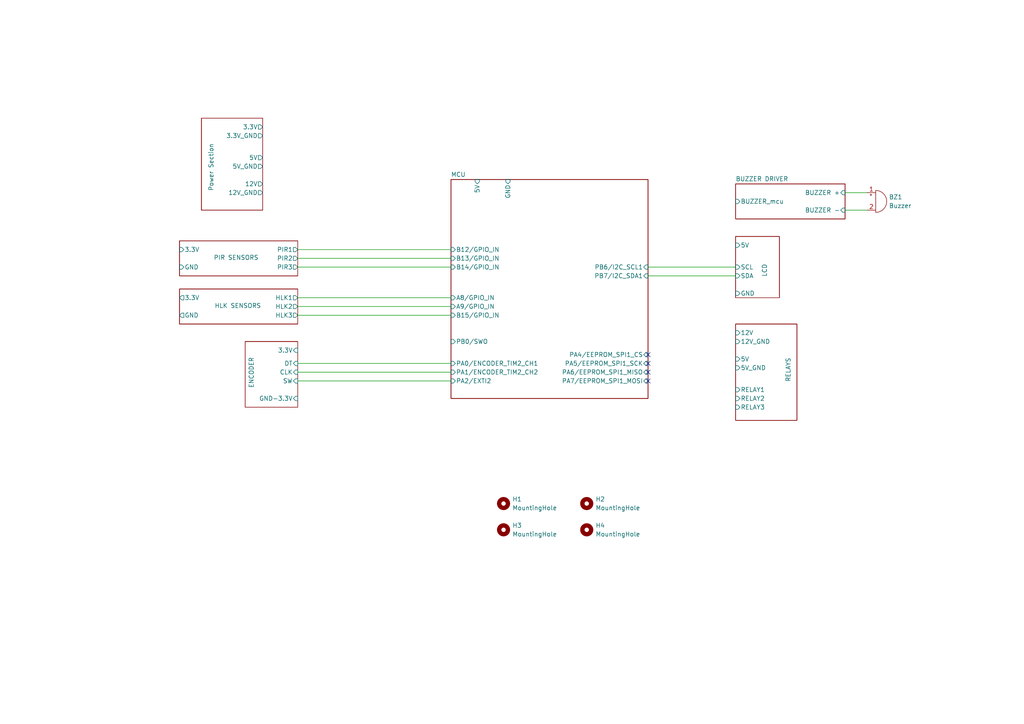
<source format=kicad_sch>
(kicad_sch (version 20250114) (generator "eeschema") (generator_version "9.0")
  (paper "A4")
  (lib_symbols
    (symbol "Device:Buzzer" (pin_names (offset 0.0254) (hide yes))
      (property "Reference" "BZ" (at 3.81 1.27 0))
      (property "Value" "Buzzer" (at 3.81 -1.27 0))
      (symbol "Buzzer_0_1"
        (polyline (pts (xy -1.651 1.905) (xy -1.143 1.905)))
        (polyline (pts (xy -1.397 2.159) (xy -1.397 1.651)))
        (arc (start 0 3.175) (mid 3.1612 0) (end 0 -3.175))
        (polyline (pts (xy 0 3.175) (xy 0 -3.175)))
      )
      (symbol "Buzzer_1_1"
        (pin passive line (at -2.54 2.54 0) (length 2.54) (name "+") (number "1"))
        (pin passive line (at -2.54 -2.54 0) (length 2.54) (name "-") (number "2"))
      )
    )
    (symbol "Mechanical:MountingHole" (pin_names (offset 1.016)) (in_bom no)
      (property "Reference" "H" (at 0 5.08 0))
      (property "Value" "MountingHole" (at 0 3.175 0))
      (symbol "MountingHole_0_1"
        (circle (center 0 0) (radius 1.27) (stroke (width 1.27)))
      )
    )
  )
  (no_connect (at 187.96 105.41))
  (no_connect (at 187.96 110.49))
  (no_connect (at 187.96 107.95))
  (no_connect (at 187.96 102.87))
  (wire (pts (xy 86.36 74.93) (xy 130.81 74.93)))
  (wire (pts (xy 187.96 77.47) (xy 213.36 77.47)))
  (wire (pts (xy 86.36 88.9) (xy 130.81 88.9)))
  (wire (pts (xy 86.36 77.47) (xy 130.81 77.47)))
  (wire (pts (xy 187.96 80.01) (xy 213.36 80.01)))
  (wire (pts (xy 245.11 55.88) (xy 251.46 55.88)))
  (wire (pts (xy 86.36 110.49) (xy 130.81 110.49)))
  (wire (pts (xy 245.11 60.96) (xy 251.46 60.96)))
  (wire (pts (xy 86.36 107.95) (xy 130.81 107.95)))
  (wire (pts (xy 86.36 86.36) (xy 130.81 86.36)))
  (wire (pts (xy 86.36 105.41) (xy 130.81 105.41)))
  (wire (pts (xy 86.36 91.44) (xy 130.81 91.44)))
  (wire (pts (xy 86.36 72.39) (xy 130.81 72.39)))
  (symbol (lib_id "Mechanical:MountingHole") (at 170.18 153.67 0) (unit 1) (in_bom no)
    (property "Reference" "H4" (at 172.72 152.3999 0) (effects (justify left)))
    (property "Value" "MountingHole" (at 172.72 154.9399 0) (effects (justify left)))
    (property "Footprint" "MountingHole:MountingHole_4.3mm_M4" (effects (hide yes)))
    (property "Description" "Mounting Hole without connection" (effects (hide yes)))
  )
  (symbol (lib_id "Mechanical:MountingHole") (at 146.05 153.67 0) (unit 1) (in_bom no)
    (property "Reference" "H3" (at 148.59 152.3999 0) (effects (justify left)))
    (property "Value" "MountingHole" (at 148.59 154.9399 0) (effects (justify left)))
    (property "Footprint" "MountingHole:MountingHole_4.3mm_M4" (effects (hide yes)))
    (property "Description" "Mounting Hole without connection" (effects (hide yes)))
  )
  (symbol (lib_id "Mechanical:MountingHole") (at 170.18 146.05 0) (unit 1) (in_bom no)
    (property "Reference" "H2" (at 172.72 144.7799 0) (effects (justify left)))
    (property "Value" "MountingHole" (at 172.72 147.3199 0) (effects (justify left)))
    (property "Footprint" "MountingHole:MountingHole_4.3mm_M4" (effects (hide yes)))
    (property "Description" "Mounting Hole without connection" (effects (hide yes)))
  )
  (symbol (lib_id "Device:Buzzer") (at 254 58.42 0) (unit 1)
    (property "Reference" "BZ1" (at 257.81 57.1499 0) (effects (justify left)))
    (property "Value" "Buzzer" (at 257.81 59.6899 0) (effects (justify left)))
    (property "Footprint" "Buzzer_Beeper:Buzzer_12x9.5RM7.6" (effects (hide yes)))
    (property "Description" "Buzzer, polarized" (effects (hide yes)))
  )
  (symbol (lib_id "Mechanical:MountingHole") (at 146.05 146.05 0) (unit 1) (in_bom no)
    (property "Reference" "H1" (at 148.59 144.7799 0) (effects (justify left)))
    (property "Value" "MountingHole" (at 148.59 147.3199 0) (effects (justify left)))
    (property "Footprint" "MountingHole:MountingHole_4.3mm_M4" (effects (hide yes)))
    (property "Description" "Mounting Hole without connection" (effects (hide yes)))
  )
  (sheet (at 52.07 83.82) (size 34.29 10.16) (stroke (width 0.1524))
    (property "Sheetname" "HLK SENSORS" (at 62.23 89.408 0) (effects (justify left bottom)))
    (property "Sheetfile" "hlk_sensors.kicad_sch" (effects (hide yes)))
    (pin "HLK1" output (at 86.36 86.36 0))
    (pin "HLK2" output (at 86.36 88.9 0))
    (pin "HLK3" output (at 86.36 91.44 0))
    (pin "3.3V" output (at 52.07 86.36 180))
    (pin "GND" output (at 52.07 91.44 180))
  )
  (sheet (at 58.42 34.29) (size 17.78 26.67) (stroke (width 0.1524))
    (property "Sheetname" "Power Section" (at 61.976 55.372 90) (effects (justify left bottom)))
    (property "Sheetfile" "power_section.kicad_sch" (effects (hide yes)))
    (pin "3.3V" output (at 76.2 36.83 0))
    (pin "3.3V_GND" output (at 76.2 39.37 0))
    (pin "5V" output (at 76.2 45.72 0))
    (pin "5V_GND" output (at 76.2 48.26 0))
    (pin "12V" output (at 76.2 53.34 0))
    (pin "12V_GND" output (at 76.2 55.88 0))
  )
  (sheet (at 213.36 53.34) (size 31.75 10.16) (stroke (width 0.1524))
    (property "Sheetname" "BUZZER DRIVER" (at 213.36 52.6284 0) (effects (justify left bottom)))
    (property "Sheetfile" "buzzer driver.kicad_sch" (effects (hide yes)))
    (pin "BUZZER +" input (at 245.11 55.88 0))
    (pin "BUZZER -" input (at 245.11 60.96 0))
    (pin "BUZZER_mcu" input (at 213.36 58.42 180))
  )
  (sheet (at 52.07 69.85) (size 34.29 10.16) (stroke (width 0.1524))
    (property "Sheetname" "PIR SENSORS" (at 61.976 75.438 0) (effects (justify left bottom)))
    (property "Sheetfile" "pir_sensors.kicad_sch" (effects (hide yes)))
    (pin "PIR1" output (at 86.36 72.39 0))
    (pin "PIR2" output (at 86.36 74.93 0))
    (pin "PIR3" output (at 86.36 77.47 0))
    (pin "3.3V" input (at 52.07 72.39 180))
    (pin "GND" input (at 52.07 77.47 180))
  )
  (sheet (at 213.36 93.98) (size 17.78 27.94) (stroke (width 0.1524))
    (property "Sheetname" "RELAYS" (at 229.362 110.744 90) (effects (justify left bottom)))
    (property "Sheetfile" "relays.kicad_sch" (effects (hide yes)))
    (pin "RELAY1" input (at 213.36 113.03 180))
    (pin "RELAY2" input (at 213.36 115.57 180))
    (pin "RELAY3" input (at 213.36 118.11 180))
    (pin "5V" input (at 213.36 104.14 180))
    (pin "5V_GND" input (at 213.36 106.68 180))
    (pin "12V" input (at 213.36 96.52 180))
    (pin "12V_GND" input (at 213.36 99.06 180))
  )
  (sheet (at 213.36 68.58) (size 12.7 17.78) (stroke (width 0.1524))
    (property "Sheetname" "LCD" (at 222.504 80.264 90) (effects (justify left bottom)))
    (property "Sheetfile" "lcd.kicad_sch" (effects (hide yes)))
    (pin "5V" input (at 213.36 71.12 180))
    (pin "GND" input (at 213.36 85.09 180))
    (pin "SCL" input (at 213.36 77.47 180))
    (pin "SDA" input (at 213.36 80.01 180))
  )
  (sheet (at 71.12 99.06) (size 15.24 19.05) (stroke (width 0.1524))
    (property "Sheetname" "ENCODER" (at 73.66 112.522 90) (effects (justify left bottom)))
    (property "Sheetfile" "encoder.kicad_sch" (effects (hide yes)))
    (pin "3.3V" input (at 86.36 101.6 0))
    (pin "CLK" input (at 86.36 107.95 0))
    (pin "DT" input (at 86.36 105.41 0))
    (pin "GND-3.3V" input (at 86.36 115.57 0))
    (pin "SW" input (at 86.36 110.49 0))
  )
  (sheet (at 130.81 52.07) (size 57.15 63.5) (stroke (width 0.1524))
    (property "Sheetname" "MCU" (at 130.81 51.3584 0) (effects (justify left bottom)))
    (property "Sheetfile" "mcu.kicad_sch" (effects (hide yes)))
    (pin "5V" input (at 138.43 52.07 90))
    (pin "GND" input (at 147.32 52.07 90))
    (pin "PA0{slash}ENCODER_TIM2_CH1" input (at 130.81 105.41 180))
    (pin "PA1{slash}ENCODER_TIM2_CH2" input (at 130.81 107.95 180))
    (pin "PA2{slash}EXTI2" input (at 130.81 110.49 180))
    (pin "PA4{slash}EEPROM_SPI1_CS" input (at 187.96 102.87 0))
    (pin "PA5{slash}EEPROM_SPI1_SCK" input (at 187.96 105.41 0))
    (pin "PA6{slash}EEPROM_SPI1_MISO" input (at 187.96 107.95 0))
    (pin "PA7{slash}EEPROM_SPI1_MOSI" input (at 187.96 110.49 0))
    (pin "PB6{slash}I2C_SCL1" input (at 187.96 77.47 0))
    (pin "PB7{slash}I2C_SDA1" input (at 187.96 80.01 0))
    (pin "A8{slash}GPIO_IN" input (at 130.81 86.36 180))
    (pin "A9{slash}GPIO_IN" input (at 130.81 88.9 180))
    (pin "B12{slash}GPIO_IN" input (at 130.81 72.39 180))
    (pin "B13{slash}GPIO_IN" input (at 130.81 74.93 180))
    (pin "B14{slash}GPIO_IN" input (at 130.81 77.47 180))
    (pin "B15{slash}GPIO_IN" input (at 130.81 91.44 180))
    (pin "PB0{slash}SWO" input (at 130.81 99.06 180))
  )
)
</source>
